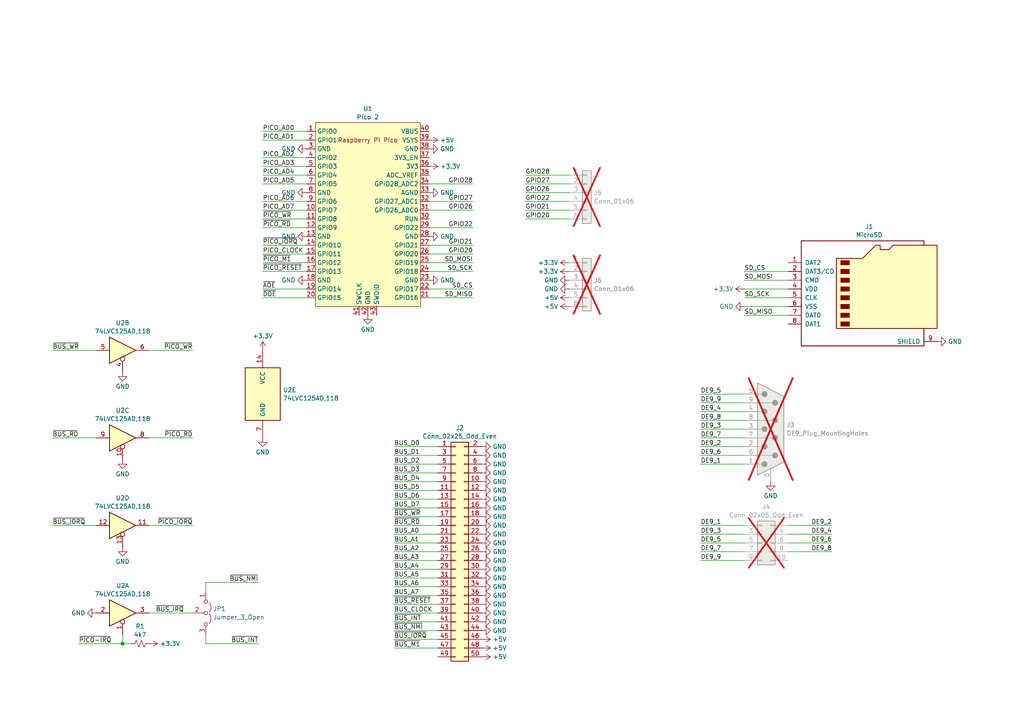
<source format=kicad_sch>
(kicad_sch (version 20231120) (generator "eeschema") (generator_version "8.0")
  (paper "A4")
  (lib_symbols
    (symbol "74xx:74LVC125" (pin_names (offset 1.016))
      (property "Reference" "U" (at 0 1.27 0))
      (property "Value" "74LVC125" (at 0 -1.27 0))
      (symbol "74LVC125_1_0"
        (pin input inverted (at 0 -6.35 90) (length 4.445) (name "~") (number "1"))
        (pin input line (at -7.62 0 0) (length 3.81) (name "~") (number "2"))
        (pin tri_state line (at 7.62 0 180) (length 3.81) (name "~") (number "3"))
      )
      (symbol "74LVC125_2_0"
        (pin input inverted (at 0 -6.35 90) (length 4.445) (name "~") (number "4"))
        (pin input line (at -7.62 0 0) (length 3.81) (name "~") (number "5"))
        (pin tri_state line (at 7.62 0 180) (length 3.81) (name "~") (number "6"))
      )
      (symbol "74LVC125_3_0"
        (pin input inverted (at 0 -6.35 90) (length 4.445) (name "~") (number "10"))
        (pin tri_state line (at 7.62 0 180) (length 3.81) (name "~") (number "8"))
        (pin input line (at -7.62 0 0) (length 3.81) (name "~") (number "9"))
      )
      (symbol "74LVC125_4_0"
        (pin tri_state line (at 7.62 0 180) (length 3.81) (name "~") (number "11"))
        (pin input line (at -7.62 0 0) (length 3.81) (name "~") (number "12"))
        (pin input inverted (at 0 -6.35 90) (length 4.445) (name "~") (number "13"))
      )
      (symbol "74LVC125_5_0"
        (pin power_in line (at 0 12.7 270) (length 5.08) (name "VCC") (number "14"))
        (pin power_in line (at 0 -12.7 90) (length 5.08) (name "GND") (number "7"))
      )
    )
    (symbol "Connector:DE9_Plug_MountingHoles" (pin_names (offset 1.016) hide)
      (property "Reference" "J" (at 0 16.51 0))
      (property "Value" "DE9_Plug_MountingHoles" (at 0 14.605 0))
      (symbol "DE9_Plug_MountingHoles_1_1"
        (pin passive line (at 0 -15.24 90) (length 3.81) (name "PAD") (number "0"))
        (pin passive line (at -7.62 -10.16 0) (length 3.81) (name "1") (number "1"))
        (pin passive line (at -7.62 -5.08 0) (length 3.81) (name "2") (number "2"))
        (pin passive line (at -7.62 0 0) (length 3.81) (name "3") (number "3"))
        (pin passive line (at -7.62 5.08 0) (length 3.81) (name "4") (number "4"))
        (pin passive line (at -7.62 10.16 0) (length 3.81) (name "5") (number "5"))
        (pin passive line (at -7.62 -7.62 0) (length 3.81) (name "6") (number "6"))
        (pin passive line (at -7.62 -2.54 0) (length 3.81) (name "7") (number "7"))
        (pin passive line (at -7.62 2.54 0) (length 3.81) (name "8") (number "8"))
        (pin passive line (at -7.62 7.62 0) (length 3.81) (name "9") (number "9"))
      )
    )
    (symbol "Connector:Micro_SD_Card" (pin_names (offset 1.016))
      (property "Reference" "J" (at -16.51 15.24 0))
      (property "Value" "Micro_SD_Card" (at 16.51 15.24 0))
      (symbol "Micro_SD_Card_1_1"
        (pin bidirectional line (at -22.86 7.62 0) (length 3.81) (name "DAT2") (number "1"))
        (pin bidirectional line (at -22.86 5.08 0) (length 3.81) (name "DAT3/CD") (number "2"))
        (pin input line (at -22.86 2.54 0) (length 3.81) (name "CMD") (number "3"))
        (pin power_in line (at -22.86 0 0) (length 3.81) (name "VDD") (number "4"))
        (pin input line (at -22.86 -2.54 0) (length 3.81) (name "CLK") (number "5"))
        (pin power_in line (at -22.86 -5.08 0) (length 3.81) (name "VSS") (number "6"))
        (pin bidirectional line (at -22.86 -7.62 0) (length 3.81) (name "DAT0") (number "7"))
        (pin bidirectional line (at -22.86 -10.16 0) (length 3.81) (name "DAT1") (number "8"))
        (pin passive line (at 20.32 -15.24 180) (length 3.81) (name "SHIELD") (number "9"))
      )
    )
    (symbol "Connector_Generic:Conn_01x06" (pin_names (offset 1.016) hide)
      (property "Reference" "J" (at 0 7.62 0))
      (property "Value" "Conn_01x06" (at 0 -10.16 0))
      (symbol "Conn_01x06_1_1"
        (pin passive line (at -5.08 5.08 0) (length 3.81) (name "Pin_1") (number "1"))
        (pin passive line (at -5.08 2.54 0) (length 3.81) (name "Pin_2") (number "2"))
        (pin passive line (at -5.08 0 0) (length 3.81) (name "Pin_3") (number "3"))
        (pin passive line (at -5.08 -2.54 0) (length 3.81) (name "Pin_4") (number "4"))
        (pin passive line (at -5.08 -5.08 0) (length 3.81) (name "Pin_5") (number "5"))
        (pin passive line (at -5.08 -7.62 0) (length 3.81) (name "Pin_6") (number "6"))
      )
    )
    (symbol "Connector_Generic:Conn_02x05_Odd_Even" (pin_names (offset 1.016) hide)
      (property "Reference" "J" (at 1.27 7.62 0))
      (property "Value" "Conn_02x05_Odd_Even" (at 1.27 -7.62 0))
      (symbol "Conn_02x05_Odd_Even_1_1"
        (pin passive line (at -5.08 5.08 0) (length 3.81) (name "Pin_1") (number "1"))
        (pin passive line (at 7.62 -5.08 180) (length 3.81) (name "Pin_10") (number "10"))
        (pin passive line (at 7.62 5.08 180) (length 3.81) (name "Pin_2") (number "2"))
        (pin passive line (at -5.08 2.54 0) (length 3.81) (name "Pin_3") (number "3"))
        (pin passive line (at 7.62 2.54 180) (length 3.81) (name "Pin_4") (number "4"))
        (pin passive line (at -5.08 0 0) (length 3.81) (name "Pin_5") (number "5"))
        (pin passive line (at 7.62 0 180) (length 3.81) (name "Pin_6") (number "6"))
        (pin passive line (at -5.08 -2.54 0) (length 3.81) (name "Pin_7") (number "7"))
        (pin passive line (at 7.62 -2.54 180) (length 3.81) (name "Pin_8") (number "8"))
        (pin passive line (at -5.08 -5.08 0) (length 3.81) (name "Pin_9") (number "9"))
      )
    )
    (symbol "Connector_Generic:Conn_02x25_Odd_Even" (pin_names (offset 1.016) hide)
      (property "Reference" "J" (at 1.27 33.02 0))
      (property "Value" "Conn_02x25_Odd_Even" (at 1.27 -33.02 0))
      (symbol "Conn_02x25_Odd_Even_1_1"
        (pin passive line (at -5.08 30.48 0) (length 3.81) (name "Pin_1") (number "1"))
        (pin passive line (at 7.62 20.32 180) (length 3.81) (name "Pin_10") (number "10"))
        (pin passive line (at -5.08 17.78 0) (length 3.81) (name "Pin_11") (number "11"))
        (pin passive line (at 7.62 17.78 180) (length 3.81) (name "Pin_12") (number "12"))
        (pin passive line (at -5.08 15.24 0) (length 3.81) (name "Pin_13") (number "13"))
        (pin passive line (at 7.62 15.24 180) (length 3.81) (name "Pin_14") (number "14"))
        (pin passive line (at -5.08 12.7 0) (length 3.81) (name "Pin_15") (number "15"))
        (pin passive line (at 7.62 12.7 180) (length 3.81) (name "Pin_16") (number "16"))
        (pin passive line (at -5.08 10.16 0) (length 3.81) (name "Pin_17") (number "17"))
        (pin passive line (at 7.62 10.16 180) (length 3.81) (name "Pin_18") (number "18"))
        (pin passive line (at -5.08 7.62 0) (length 3.81) (name "Pin_19") (number "19"))
        (pin passive line (at 7.62 30.48 180) (length 3.81) (name "Pin_2") (number "2"))
        (pin passive line (at 7.62 7.62 180) (length 3.81) (name "Pin_20") (number "20"))
        (pin passive line (at -5.08 5.08 0) (length 3.81) (name "Pin_21") (number "21"))
        (pin passive line (at 7.62 5.08 180) (length 3.81) (name "Pin_22") (number "22"))
        (pin passive line (at -5.08 2.54 0) (length 3.81) (name "Pin_23") (number "23"))
        (pin passive line (at 7.62 2.54 180) (length 3.81) (name "Pin_24") (number "24"))
        (pin passive line (at -5.08 0 0) (length 3.81) (name "Pin_25") (number "25"))
        (pin passive line (at 7.62 0 180) (length 3.81) (name "Pin_26") (number "26"))
        (pin passive line (at -5.08 -2.54 0) (length 3.81) (name "Pin_27") (number "27"))
        (pin passive line (at 7.62 -2.54 180) (length 3.81) (name "Pin_28") (number "28"))
        (pin passive line (at -5.08 -5.08 0) (length 3.81) (name "Pin_29") (number "29"))
        (pin passive line (at -5.08 27.94 0) (length 3.81) (name "Pin_3") (number "3"))
        (pin passive line (at 7.62 -5.08 180) (length 3.81) (name "Pin_30") (number "30"))
        (pin passive line (at -5.08 -7.62 0) (length 3.81) (name "Pin_31") (number "31"))
        (pin passive line (at 7.62 -7.62 180) (length 3.81) (name "Pin_32") (number "32"))
        (pin passive line (at -5.08 -10.16 0) (length 3.81) (name "Pin_33") (number "33"))
        (pin passive line (at 7.62 -10.16 180) (length 3.81) (name "Pin_34") (number "34"))
        (pin passive line (at -5.08 -12.7 0) (length 3.81) (name "Pin_35") (number "35"))
        (pin passive line (at 7.62 -12.7 180) (length 3.81) (name "Pin_36") (number "36"))
        (pin passive line (at -5.08 -15.24 0) (length 3.81) (name "Pin_37") (number "37"))
        (pin passive line (at 7.62 -15.24 180) (length 3.81) (name "Pin_38") (number "38"))
        (pin passive line (at -5.08 -17.78 0) (length 3.81) (name "Pin_39") (number "39"))
        (pin passive line (at 7.62 27.94 180) (length 3.81) (name "Pin_4") (number "4"))
        (pin passive line (at 7.62 -17.78 180) (length 3.81) (name "Pin_40") (number "40"))
        (pin passive line (at -5.08 -20.32 0) (length 3.81) (name "Pin_41") (number "41"))
        (pin passive line (at 7.62 -20.32 180) (length 3.81) (name "Pin_42") (number "42"))
        (pin passive line (at -5.08 -22.86 0) (length 3.81) (name "Pin_43") (number "43"))
        (pin passive line (at 7.62 -22.86 180) (length 3.81) (name "Pin_44") (number "44"))
        (pin passive line (at -5.08 -25.4 0) (length 3.81) (name "Pin_45") (number "45"))
        (pin passive line (at 7.62 -25.4 180) (length 3.81) (name "Pin_46") (number "46"))
        (pin passive line (at -5.08 -27.94 0) (length 3.81) (name "Pin_47") (number "47"))
        (pin passive line (at 7.62 -27.94 180) (length 3.81) (name "Pin_48") (number "48"))
        (pin passive line (at -5.08 -30.48 0) (length 3.81) (name "Pin_49") (number "49"))
        (pin passive line (at -5.08 25.4 0) (length 3.81) (name "Pin_5") (number "5"))
        (pin passive line (at 7.62 -30.48 180) (length 3.81) (name "Pin_50") (number "50"))
        (pin passive line (at 7.62 25.4 180) (length 3.81) (name "Pin_6") (number "6"))
        (pin passive line (at -5.08 22.86 0) (length 3.81) (name "Pin_7") (number "7"))
        (pin passive line (at 7.62 22.86 180) (length 3.81) (name "Pin_8") (number "8"))
        (pin passive line (at -5.08 20.32 0) (length 3.81) (name "Pin_9") (number "9"))
      )
    )
    (symbol "Device:R_Small_US" (pin_numbers hide) (pin_names (offset 0.254) hide)
      (property "Reference" "R" (at 0.762 0.508 0))
      (property "Value" "R_Small_US" (at 0.762 -1.016 0))
      (symbol "R_Small_US_1_1"
        (pin passive line (at 0 2.54 270) (length 1.016) (name "~") (number "1"))
        (pin passive line (at 0 -2.54 90) (length 1.016) (name "~") (number "2"))
      )
    )
    (symbol "Jumper:Jumper_3_Open" (pin_names (offset 0) hide) (exclude_from_sim yes) (in_bom no)
      (property "Reference" "JP" (at -2.54 -2.54 0))
      (property "Value" "Jumper_3_Open" (at 0 2.794 0))
      (symbol "Jumper_3_Open_1_1"
        (pin passive line (at -6.35 0 0) (length 2.54) (name "A") (number "1"))
        (pin passive line (at 0 -3.81 90) (length 2.54) (name "C") (number "2"))
        (pin passive line (at 6.35 0 180) (length 2.54) (name "B") (number "3"))
      )
    )
    (symbol "Logic_LevelTranslator:SN74LVC245APW"
      (property "Reference" "U" (at -10.16 17.78 0))
      (property "Value" "SN74LVC245APW" (at 10.16 17.78 0))
      (symbol "SN74LVC245APW_1_1"
        (pin input line (at -12.7 10.16 0) (length 2.54) (name "DIR") (number "1"))
        (pin power_in line (at 0 -17.78 90) (length 2.54) (name "GND") (number "10"))
        (pin bidirectional line (at 12.7 -12.7 180) (length 2.54) (name "B8") (number "11"))
        (pin bidirectional line (at 12.7 -10.16 180) (length 2.54) (name "B7") (number "12"))
        (pin bidirectional line (at 12.7 -7.62 180) (length 2.54) (name "B6") (number "13"))
        (pin bidirectional line (at 12.7 -5.08 180) (length 2.54) (name "B5") (number "14"))
        (pin bidirectional line (at 12.7 -2.54 180) (length 2.54) (name "B4") (number "15"))
        (pin bidirectional line (at 12.7 0 180) (length 2.54) (name "B3") (number "16"))
        (pin bidirectional line (at 12.7 2.54 180) (length 2.54) (name "B2") (number "17"))
        (pin bidirectional line (at 12.7 5.08 180) (length 2.54) (name "B1") (number "18"))
        (pin input line (at 12.7 10.16 180) (length 2.54) (name "~{OE}") (number "19"))
        (pin bidirectional line (at -12.7 5.08 0) (length 2.54) (name "A1") (number "2"))
        (pin power_in line (at 0 17.78 270) (length 2.54) (name "VCC") (number "20"))
        (pin bidirectional line (at -12.7 2.54 0) (length 2.54) (name "A2") (number "3"))
        (pin bidirectional line (at -12.7 0 0) (length 2.54) (name "A3") (number "4"))
        (pin bidirectional line (at -12.7 -2.54 0) (length 2.54) (name "A4") (number "5"))
        (pin bidirectional line (at -12.7 -5.08 0) (length 2.54) (name "A5") (number "6"))
        (pin bidirectional line (at -12.7 -7.62 0) (length 2.54) (name "A6") (number "7"))
        (pin bidirectional line (at -12.7 -10.16 0) (length 2.54) (name "A7") (number "8"))
        (pin bidirectional line (at -12.7 -12.7 0) (length 2.54) (name "A8") (number "9"))
      )
    )
    (symbol "MCU_RaspberryPi_and_Boards:Pico"
      (property "Reference" "U" (at -13.97 27.94 0))
      (property "Value" "Pico" (at 0 19.05 0))
      (symbol "Pico_0_0"
        (text "Raspberry Pi Pico" (at 0 21.59 0) (effects (font (size 1.27 1.27))))
      )
      (symbol "Pico_1_1"
        (pin bidirectional line (at -17.78 24.13 0) (length 2.54) (name "GPIO0") (number "1"))
        (pin bidirectional line (at -17.78 1.27 0) (length 2.54) (name "GPIO7") (number "10"))
        (pin bidirectional line (at -17.78 -1.27 0) (length 2.54) (name "GPIO8") (number "11"))
        (pin bidirectional line (at -17.78 -3.81 0) (length 2.54) (name "GPIO9") (number "12"))
        (pin power_in line (at -17.78 -6.35 0) (length 2.54) (name "GND") (number "13"))
        (pin bidirectional line (at -17.78 -8.89 0) (length 2.54) (name "GPIO10") (number "14"))
        (pin bidirectional line (at -17.78 -11.43 0) (length 2.54) (name "GPIO11") (number "15"))
        (pin bidirectional line (at -17.78 -13.97 0) (length 2.54) (name "GPIO12") (number "16"))
        (pin bidirectional line (at -17.78 -16.51 0) (length 2.54) (name "GPIO13") (number "17"))
        (pin power_in line (at -17.78 -19.05 0) (length 2.54) (name "GND") (number "18"))
        (pin bidirectional line (at -17.78 -21.59 0) (length 2.54) (name "GPIO14") (number "19"))
        (pin bidirectional line (at -17.78 21.59 0) (length 2.54) (name "GPIO1") (number "2"))
        (pin bidirectional line (at -17.78 -24.13 0) (length 2.54) (name "GPIO15") (number "20"))
        (pin bidirectional line (at 17.78 -24.13 180) (length 2.54) (name "GPIO16") (number "21"))
        (pin bidirectional line (at 17.78 -21.59 180) (length 2.54) (name "GPIO17") (number "22"))
        (pin power_in line (at 17.78 -19.05 180) (length 2.54) (name "GND") (number "23"))
        (pin bidirectional line (at 17.78 -16.51 180) (length 2.54) (name "GPIO18") (number "24"))
        (pin bidirectional line (at 17.78 -13.97 180) (length 2.54) (name "GPIO19") (number "25"))
        (pin bidirectional line (at 17.78 -11.43 180) (length 2.54) (name "GPIO20") (number "26"))
        (pin bidirectional line (at 17.78 -8.89 180) (length 2.54) (name "GPIO21") (number "27"))
        (pin power_in line (at 17.78 -6.35 180) (length 2.54) (name "GND") (number "28"))
        (pin bidirectional line (at 17.78 -3.81 180) (length 2.54) (name "GPIO22") (number "29"))
        (pin power_in line (at -17.78 19.05 0) (length 2.54) (name "GND") (number "3"))
        (pin input line (at 17.78 -1.27 180) (length 2.54) (name "RUN") (number "30"))
        (pin bidirectional line (at 17.78 1.27 180) (length 2.54) (name "GPIO26_ADC0") (number "31"))
        (pin bidirectional line (at 17.78 3.81 180) (length 2.54) (name "GPIO27_ADC1") (number "32"))
        (pin power_in line (at 17.78 6.35 180) (length 2.54) (name "AGND") (number "33"))
        (pin bidirectional line (at 17.78 8.89 180) (length 2.54) (name "GPIO28_ADC2") (number "34"))
        (pin power_in line (at 17.78 11.43 180) (length 2.54) (name "ADC_VREF") (number "35"))
        (pin power_in line (at 17.78 13.97 180) (length 2.54) (name "3V3") (number "36"))
        (pin input line (at 17.78 16.51 180) (length 2.54) (name "3V3_EN") (number "37"))
        (pin bidirectional line (at 17.78 19.05 180) (length 2.54) (name "GND") (number "38"))
        (pin power_in line (at 17.78 21.59 180) (length 2.54) (name "VSYS") (number "39"))
        (pin bidirectional line (at -17.78 16.51 0) (length 2.54) (name "GPIO2") (number "4"))
        (pin power_in line (at 17.78 24.13 180) (length 2.54) (name "VBUS") (number "40"))
        (pin input line (at -2.54 -29.21 90) (length 2.54) (name "SWCLK") (number "41"))
        (pin power_in line (at 0 -29.21 90) (length 2.54) (name "GND") (number "42"))
        (pin bidirectional line (at 2.54 -29.21 90) (length 2.54) (name "SWDIO") (number "43"))
        (pin bidirectional line (at -17.78 13.97 0) (length 2.54) (name "GPIO3") (number "5"))
        (pin bidirectional line (at -17.78 11.43 0) (length 2.54) (name "GPIO4") (number "6"))
        (pin bidirectional line (at -17.78 8.89 0) (length 2.54) (name "GPIO5") (number "7"))
        (pin power_in line (at -17.78 6.35 0) (length 2.54) (name "GND") (number "8"))
        (pin bidirectional line (at -17.78 3.81 0) (length 2.54) (name "GPIO6") (number "9"))
      )
    )
    (symbol "power:+3.3V" (power) (pin_numbers hide) (pin_names (offset 0) hide)
      (property "Value" "+3.3V" (at 0 3.556 0))
      (symbol "+3.3V_1_1"
        (pin power_in line (at 0 0 90) (length 0) (name "~") (number "1"))
      )
    )
    (symbol "power:+5V" (power) (pin_numbers hide) (pin_names (offset 0) hide)
      (property "Value" "+5V" (at 0 3.556 0))
      (symbol "+5V_1_1"
        (pin power_in line (at 0 0 90) (length 0) (name "~") (number "1"))
      )
    )
    (symbol "power:GND" (power) (pin_numbers hide) (pin_names (offset 0) hide)
      (property "Value" "GND" (at 0 -3.81 0))
      (symbol "GND_1_1"
        (pin power_in line (at 0 0 270) (length 0) (name "~") (number "1"))
      )
    )
  )
  (junction (at 35.56 186.69))
  (wire (pts (xy 137.16 58.42) (xy 124.46 58.42)))
  (wire (pts (xy 114.3 170.18) (xy 127 170.18)))
  (wire (pts (xy -76.2 48.26) (xy -63.5 48.26)))
  (wire (pts (xy 88.9 45.72) (xy 76.2 45.72)))
  (wire (pts (xy 114.3 185.42) (xy 127 185.42)))
  (wire (pts (xy -38.1 104.14) (xy -25.4 104.14)))
  (wire (pts (xy -25.4 43.18) (xy -38.1 43.18)))
  (wire (pts (xy -38.1 66.04) (xy -25.4 66.04)))
  (wire (pts (xy 35.56 186.69) (xy 38.1 186.69)))
  (wire (pts (xy 114.3 154.94) (xy 127 154.94)))
  (wire (pts (xy 76.2 83.82) (xy 88.9 83.82)))
  (wire (pts (xy 203.2 119.38) (xy 215.9 119.38)))
  (wire (pts (xy 114.3 137.16) (xy 127 137.16)))
  (wire (pts (xy -76.2 58.42) (xy -63.5 58.42)))
  (wire (pts (xy 88.9 40.64) (xy 76.2 40.64)))
  (wire (pts (xy 137.16 71.12) (xy 124.46 71.12)))
  (wire (pts (xy 114.3 149.86) (xy 127 149.86)))
  (wire (pts (xy 114.3 162.56) (xy 127 162.56)))
  (wire (pts (xy 88.9 60.96) (xy 76.2 60.96)))
  (wire (pts (xy -76.2 66.04) (xy -63.5 66.04)))
  (wire (pts (xy -76.2 116.84) (xy -63.5 116.84)))
  (wire (pts (xy 137.16 73.66) (xy 124.46 73.66)))
  (wire (pts (xy -38.1 116.84) (xy -25.4 116.84)))
  (wire (pts (xy 88.9 38.1) (xy 76.2 38.1)))
  (wire (pts (xy -76.2 114.3) (xy -63.5 114.3)))
  (wire (pts (xy -38.1 101.6) (xy -25.4 101.6)))
  (wire (pts (xy -38.1 106.68) (xy -25.4 106.68)))
  (wire (pts (xy 137.16 53.34) (xy 124.46 53.34)))
  (wire (pts (xy -63.5 43.18) (xy -76.2 43.18)))
  (wire (pts (xy -38.1 50.8) (xy -25.4 50.8)))
  (wire (pts (xy -38.1 63.5) (xy -25.4 63.5)))
  (wire (pts (xy 137.16 78.74) (xy 124.46 78.74)))
  (wire (pts (xy -38.1 99.06) (xy -25.4 99.06)))
  (wire (pts (xy -76.2 101.6) (xy -63.5 101.6)))
  (wire (pts (xy -76.2 106.68) (xy -63.5 106.68)))
  (wire (pts (xy -76.2 60.96) (xy -63.5 60.96)))
  (wire (pts (xy 215.9 91.44) (xy 228.6 91.44)))
  (wire (pts (xy 203.2 162.56) (xy 215.9 162.56)))
  (wire (pts (xy -76.2 63.5) (xy -63.5 63.5)))
  (wire (pts (xy -76.2 50.8) (xy -63.5 50.8)))
  (wire (pts (xy 152.4 63.5) (xy 165.1 63.5)))
  (wire (pts (xy 203.2 114.3) (xy 215.9 114.3)))
  (wire (pts (xy 203.2 160.02) (xy 215.9 160.02)))
  (wire (pts (xy 88.9 63.5) (xy 76.2 63.5)))
  (wire (pts (xy 114.3 134.62) (xy 127 134.62)))
  (wire (pts (xy 88.9 48.26) (xy 76.2 48.26)))
  (wire (pts (xy 215.9 86.36) (xy 228.6 86.36)))
  (wire (pts (xy 332.74 63.5) (xy 345.44 63.5)))
  (wire (pts (xy 114.3 129.54) (xy 127 129.54)))
  (wire (pts (xy 35.56 184.15) (xy 35.56 186.69)))
  (wire (pts (xy 241.3 157.48) (xy 228.6 157.48)))
  (wire (pts (xy -38.1 111.76) (xy -25.4 111.76)))
  (wire (pts (xy 203.2 134.62) (xy 215.9 134.62)))
  (wire (pts (xy 15.24 101.6) (xy 27.94 101.6)))
  (wire (pts (xy -38.1 114.3) (xy -25.4 114.3)))
  (wire (pts (xy 203.2 129.54) (xy 215.9 129.54)))
  (wire (pts (xy 203.2 124.46) (xy 215.9 124.46)))
  (wire (pts (xy -38.1 53.34) (xy -25.4 53.34)))
  (wire (pts (xy -76.2 99.06) (xy -63.5 99.06)))
  (wire (pts (xy -76.2 111.76) (xy -63.5 111.76)))
  (wire (pts (xy 43.18 101.6) (xy 55.88 101.6)))
  (wire (pts (xy 43.18 177.8) (xy 55.88 177.8)))
  (wire (pts (xy 215.9 81.28) (xy 228.6 81.28)))
  (wire (pts (xy 114.3 177.8) (xy 127 177.8)))
  (wire (pts (xy 152.4 55.88) (xy 165.1 55.88)))
  (wire (pts (xy 152.4 53.34) (xy 165.1 53.34)))
  (wire (pts (xy -76.2 55.88) (xy -63.5 55.88)))
  (wire (pts (xy 203.2 121.92) (xy 215.9 121.92)))
  (wire (pts (xy 114.3 144.78) (xy 127 144.78)))
  (wire (pts (xy 88.9 50.8) (xy 76.2 50.8)))
  (wire (pts (xy 152.4 60.96) (xy 165.1 60.96)))
  (wire (pts (xy 332.74 38.1) (xy 345.44 38.1)))
  (wire (pts (xy 137.16 86.36) (xy 124.46 86.36)))
  (wire (pts (xy 43.18 152.4) (xy 55.88 152.4)))
  (wire (pts (xy 15.24 127) (xy 27.94 127)))
  (wire (pts (xy 59.69 186.69) (xy 74.93 186.69)))
  (wire (pts (xy 59.69 186.69) (xy 59.69 184.15)))
  (wire (pts (xy 88.9 71.12) (xy 76.2 71.12)))
  (wire (pts (xy 332.74 88.9) (xy 345.44 88.9)))
  (wire (pts (xy 215.9 83.82) (xy 228.6 83.82)))
  (wire (pts (xy 114.3 172.72) (xy 127 172.72)))
  (wire (pts (xy 203.2 154.94) (xy 215.9 154.94)))
  (wire (pts (xy -38.1 55.88) (xy -25.4 55.88)))
  (wire (pts (xy 114.3 165.1) (xy 127 165.1)))
  (wire (pts (xy 137.16 60.96) (xy 124.46 60.96)))
  (wire (pts (xy 114.3 187.96) (xy 127 187.96)))
  (wire (pts (xy 114.3 160.02) (xy 127 160.02)))
  (wire (pts (xy 15.24 152.4) (xy 27.94 152.4)))
  (wire (pts (xy -76.2 109.22) (xy -63.5 109.22)))
  (wire (pts (xy 114.3 175.26) (xy 127 175.26)))
  (wire (pts (xy 203.2 132.08) (xy 215.9 132.08)))
  (wire (pts (xy -25.4 93.98) (xy -38.1 93.98)))
  (wire (pts (xy 203.2 116.84) (xy 215.9 116.84)))
  (wire (pts (xy -76.2 53.34) (xy -63.5 53.34)))
  (wire (pts (xy 76.2 86.36) (xy 88.9 86.36)))
  (wire (pts (xy 137.16 66.04) (xy 124.46 66.04)))
  (wire (pts (xy 127 182.88) (xy 114.3 182.88)))
  (wire (pts (xy 241.3 154.94) (xy 228.6 154.94)))
  (wire (pts (xy 114.3 139.7) (xy 127 139.7)))
  (wire (pts (xy 114.3 147.32) (xy 127 147.32)))
  (wire (pts (xy -38.1 58.42) (xy -25.4 58.42)))
  (wire (pts (xy 304.8 38.1) (xy 317.5 38.1)))
  (wire (pts (xy -38.1 48.26) (xy -25.4 48.26)))
  (wire (pts (xy 59.69 168.91) (xy 59.69 171.45)))
  (wire (pts (xy 215.9 88.9) (xy 228.6 88.9)))
  (wire (pts (xy 241.3 152.4) (xy 228.6 152.4)))
  (wire (pts (xy -38.1 60.96) (xy -25.4 60.96)))
  (wire (pts (xy 203.2 157.48) (xy 215.9 157.48)))
  (wire (pts (xy 152.4 50.8) (xy 165.1 50.8)))
  (wire (pts (xy -76.2 104.14) (xy -63.5 104.14)))
  (wire (pts (xy 152.4 58.42) (xy 165.1 58.42)))
  (wire (pts (xy 137.16 76.2) (xy 124.46 76.2)))
  (wire (pts (xy 137.16 83.82) (xy 124.46 83.82)))
  (wire (pts (xy 43.18 127) (xy 55.88 127)))
  (wire (pts (xy 88.9 78.74) (xy 76.2 78.74)))
  (wire (pts (xy 88.9 58.42) (xy 76.2 58.42)))
  (wire (pts (xy 88.9 73.66) (xy 76.2 73.66)))
  (wire (pts (xy 88.9 76.2) (xy 76.2 76.2)))
  (wire (pts (xy 304.8 63.5) (xy 317.5 63.5)))
  (wire (pts (xy 114.3 157.48) (xy 127 157.48)))
  (wire (pts (xy -38.1 109.22) (xy -25.4 109.22)))
  (wire (pts (xy 114.3 132.08) (xy 127 132.08)))
  (wire (pts (xy 127 180.34) (xy 114.3 180.34)))
  (wire (pts (xy 215.9 78.74) (xy 228.6 78.74)))
  (wire (pts (xy 22.86 186.69) (xy 35.56 186.69)))
  (wire (pts (xy 88.9 66.04) (xy 76.2 66.04)))
  (wire (pts (xy 59.69 168.91) (xy 74.93 168.91)))
  (wire (pts (xy 114.3 167.64) (xy 127 167.64)))
  (wire (pts (xy 114.3 142.24) (xy 127 142.24)))
  (wire (pts (xy 203.2 127) (xy 215.9 127)))
  (wire (pts (xy 114.3 152.4) (xy 127 152.4)))
  (wire (pts (xy 241.3 160.02) (xy 228.6 160.02)))
  (wire (pts (xy 304.8 88.9) (xy 317.5 88.9)))
  (wire (pts (xy 203.2 152.4) (xy 215.9 152.4)))
  (wire (pts (xy 88.9 53.34) (xy 76.2 53.34)))
  (label "DE9_9" (at 203.2 116.84 0))
  (label "~{BUS_M1}" (at 304.8 38.1 0))
  (label "BUS_A2" (at -76.2 111.76 0))
  (label "DE9_2" (at 203.2 129.54 0))
  (label "~{PICO_WR}" (at 55.88 101.6 180))
  (label "BUS_CLOCK" (at 114.3 177.8 0))
  (label "DE9_9" (at 203.2 162.56 0))
  (label "DE9_7" (at 203.2 160.02 0))
  (label "~{PICO_RESET}" (at 345.44 63.5 180))
  (label "PICO_AD2" (at -25.4 111.76 180))
  (label "GPIO20" (at 137.16 73.66 180))
  (label "DE9_8" (at 203.2 121.92 0))
  (label "~{BUS_M1}" (at 114.3 187.96 0))
  (label "PICO_AD5" (at -25.4 104.14 180))
  (label "SD_SCK" (at 137.16 78.74 180))
  (label "BUS_A1" (at 114.3 157.48 0))
  (label "DE9_6" (at 203.2 132.08 0))
  (label "~{AOE}" (at 76.2 83.82 0))
  (label "~{PICO_RD}" (at 76.2 66.04 0))
  (label "~{BUS_RESET}" (at 304.8 63.5 0))
  (label "PICO_CLOCK" (at 76.2 73.66 0))
  (label "PICO_AD4" (at -25.4 55.88 180))
  (label "~{BUS_WR}" (at 15.24 101.6 0))
  (label "~{BUS_INT}" (at 114.3 180.34 0))
  (label "PICO_AD6" (at -25.4 101.6 180))
  (label "PICO_AD2" (at 76.2 45.72 0))
  (label "~{BUS_INT}" (at 74.93 186.69 180))
  (label "SD_CS" (at 215.9 78.74 0))
  (label "~{DOE}" (at -25.4 43.18 180))
  (label "BUS_D4" (at -76.2 55.88 0))
  (label "SD_MISO" (at 137.16 86.36 180))
  (label "~{PICO_RD}" (at 55.88 127 180))
  (label "~{PICO_RD}" (at -76.2 43.18 0))
  (label "~{PICO_IORQ}" (at 76.2 71.12 0))
  (label "~{PICO_RESET}" (at 76.2 78.74 0))
  (label "SD_MOSI" (at 215.9 81.28 0))
  (label "PICO_AD6" (at 76.2 58.42 0))
  (label "DE9_4" (at 241.3 154.94 180))
  (label "BUS_A7" (at -76.2 99.06 0))
  (label "DE9_6" (at 241.3 157.48 180))
  (label "GPIO22" (at 152.4 58.42 0))
  (label "BUS_D2" (at -76.2 60.96 0))
  (label "BUS_A1" (at -76.2 114.3 0))
  (label "PICO_AD1" (at -25.4 114.3 180))
  (label "~{PICO_M1}" (at 76.2 76.2 0))
  (label "~{DOE}" (at 76.2 86.36 0))
  (label "BUS_D5" (at 114.3 142.24 0))
  (label "BUS_D3" (at -76.2 58.42 0))
  (label "BUS_A3" (at 114.3 162.56 0))
  (label "SD_SCK" (at 215.9 86.36 0))
  (label "PICO_AD1" (at -25.4 63.5 180))
  (label "BUS_D7" (at -76.2 48.26 0))
  (label "PICO_AD1" (at 76.2 40.64 0))
  (label "GPIO28" (at 137.16 53.34 180))
  (label "PICO_AD3" (at -25.4 58.42 180))
  (label "~{BUS_NMI}" (at 114.3 182.88 0))
  (label "PICO_AD7" (at -25.4 48.26 180))
  (label "PICO_AD6" (at -25.4 50.8 180))
  (label "SD_MISO" (at 215.9 91.44 0))
  (label "PICO_AD5" (at -25.4 53.34 180))
  (label "BUS_A3" (at -76.2 109.22 0))
  (label "PICO_AD7" (at -25.4 99.06 180))
  (label "BUS_A0" (at 114.3 154.94 0))
  (label "BUS_A6" (at 114.3 170.18 0))
  (label "DE9_2" (at 241.3 152.4 180))
  (label "~{BUS_IORQ}" (at 114.3 185.42 0))
  (label "BUS_A2" (at 114.3 160.02 0))
  (label "BUS_A4" (at -76.2 106.68 0))
  (label "PICO_AD0" (at -25.4 116.84 180))
  (label "~{PICO_WR}" (at 76.2 63.5 0))
  (label "SD_CS" (at 137.16 83.82 180))
  (label "BUS_D7" (at 114.3 147.32 0))
  (label "DE9_5" (at 203.2 157.48 0))
  (label "PICO_AD7" (at 76.2 60.96 0))
  (label "~{PICO_IORQ}" (at 55.88 152.4 180))
  (label "BUS_D0" (at -76.2 66.04 0))
  (label "BUS_A5" (at -76.2 104.14 0))
  (label "SD_MOSI" (at 137.16 76.2 180))
  (label "~{PICO-IRQ}" (at 22.86 186.69 0))
  (label "BUS_CLOCK" (at 304.8 88.9 0))
  (label "BUS_D1" (at 114.3 132.08 0))
  (label "DE9_1" (at 203.2 152.4 0))
  (label "GPIO28" (at 152.4 50.8 0))
  (label "BUS_A6" (at -76.2 101.6 0))
  (label "BUS_A4" (at 114.3 165.1 0))
  (label "~{BUS_WR}" (at 114.3 149.86 0))
  (label "GPIO21" (at 152.4 60.96 0))
  (label "~{BUS_NMI}" (at 74.93 168.91 180))
  (label "DE9_7" (at 203.2 127 0))
  (label "BUS_D6" (at 114.3 144.78 0))
  (label "GPIO27" (at 152.4 53.34 0))
  (label "BUS_D6" (at -76.2 50.8 0))
  (label "PICO_AD0" (at 76.2 38.1 0))
  (label "DE9_3" (at 203.2 124.46 0))
  (label "DE9_4" (at 203.2 119.38 0))
  (label "DE9_8" (at 241.3 160.02 180))
  (label "BUS_A7" (at 114.3 172.72 0))
  (label "PICO_AD4" (at -25.4 106.68 180))
  (label "BUS_D4" (at 114.3 139.7 0))
  (label "PICO_AD4" (at 76.2 50.8 0))
  (label "DE9_1" (at 203.2 134.62 0))
  (label "PICO_AD2" (at -25.4 60.96 180))
  (label "BUS_D1" (at -76.2 63.5 0))
  (label "GPIO26" (at 137.16 60.96 180))
  (label "BUS_D5" (at -76.2 53.34 0))
  (label "GPIO21" (at 137.16 71.12 180))
  (label "PICO_AD3" (at -25.4 109.22 180))
  (label "BUS_A0" (at -76.2 116.84 0))
  (label "BUS_D0" (at 114.3 129.54 0))
  (label "BUS_D2" (at 114.3 134.62 0))
  (label "DE9_5" (at 203.2 114.3 0))
  (label "GPIO22" (at 137.16 66.04 180))
  (label "GPIO26" (at 152.4 55.88 0))
  (label "GPIO27" (at 137.16 58.42 180))
  (label "~{BUS_IRQ}" (at 53.34 177.8 180))
  (label "DE9_3" (at 203.2 154.94 0))
  (label "~{BUS_RD}" (at 15.24 127 0))
  (label "BUS_D3" (at 114.3 137.16 0))
  (label "~{BUS_RESET}" (at 114.3 175.26 0))
  (label "PICO_AD3" (at 76.2 48.26 0))
  (label "GPIO20" (at 152.4 63.5 0))
  (label "PICO_AD5" (at 76.2 53.34 0))
  (label "BUS_A5" (at 114.3 167.64 0))
  (label "~{AOE}" (at -25.4 93.98 180))
  (label "PICO_AD0" (at -25.4 66.04 180))
  (label "~{PICO_M1}" (at 345.44 38.1 180))
  (label "~{BUS_RD}" (at 114.3 152.4 0))
  (label "PICO_CLOCK" (at 345.44 88.9 180))
  (label "~{BUS_IORQ}" (at 15.24 152.4 0))
  (symbol (lib_id "power:GND") (at 139.7 142.24 90) (unit 1)
    (property "Reference" "#PWR031" (effects (hide yes)))
    (property "Value" "GND" (at 142.875 142.24 90) (effects (justify right)))
    (property "Description" "Power symbol creates a global label with name \"GND\" , ground" (effects (hide yes)))
  )
  (symbol (lib_id "power:GND") (at 139.7 172.72 90) (unit 1)
    (property "Reference" "#PWR043" (effects (hide yes)))
    (property "Value" "GND" (at 142.875 172.72 90) (effects (justify right)))
    (property "Description" "Power symbol creates a global label with name \"GND\" , ground" (effects (hide yes)))
  )
  (symbol (lib_id "power:GND") (at 139.7 162.56 90) (unit 1)
    (property "Reference" "#PWR039" (effects (hide yes)))
    (property "Value" "GND" (at 142.875 162.56 90) (effects (justify right)))
    (property "Description" "Power symbol creates a global label with name \"GND\" , ground" (effects (hide yes)))
  )
  (symbol (lib_id "74xx:74LVC125") (at 76.2 114.3 0) (unit 5)
    (property "Reference" "U2" (at 82.042 113.0878 0) (effects (justify left)))
    (property "Value" "74LVC125AD,118" (at 82.042 115.5121 0) (effects (justify left)))
    (property "Footprint" "Package_SO:SOIC-14_3.9x8.7mm_P1.27mm" (effects (hide yes)))
    (property "Datasheet" "https://assets.nexperia.com/documents/data-sheet/74LVC125A.pdf" (effects (hide yes)))
    (property "Description" "Quad buffer 3-State outputs" (effects (hide yes)))
    (property "Mouser" "771-74LVC125AD-T " (effects (hide yes)))
  )
  (symbol (lib_id "power:GND") (at 139.7 175.26 90) (unit 1)
    (property "Reference" "#PWR044" (effects (hide yes)))
    (property "Value" "GND" (at 142.875 175.26 90) (effects (justify right)))
    (property "Description" "Power symbol creates a global label with name \"GND\" , ground" (effects (hide yes)))
  )
  (symbol (lib_id "power:+3.3V") (at 165.1 76.2 90) (unit 1)
    (property "Reference" "#PWR054" (effects (hide yes)))
    (property "Value" "+3.3V" (at 161.925 76.2 90) (effects (justify left)))
    (property "Description" "Power symbol creates a global label with name \"+3.3V\"" (effects (hide yes)))
  )
  (symbol (lib_id "power:GND") (at 139.7 160.02 90) (unit 1)
    (property "Reference" "#PWR038" (effects (hide yes)))
    (property "Value" "GND" (at 142.875 160.02 90) (effects (justify right)))
    (property "Description" "Power symbol creates a global label with name \"GND\" , ground" (effects (hide yes)))
  )
  (symbol (lib_id "power:+3.3V") (at -63.5 93.98 90) (unit 1)
    (property "Reference" "#PWR053" (effects (hide yes)))
    (property "Value" "+3.3V" (at -66.675 93.98 90) (effects (justify left)))
    (property "Description" "Power symbol creates a global label with name \"+3.3V\"" (effects (hide yes)))
  )
  (symbol (lib_id "74xx:74LVC125") (at 325.12 88.9 0) (unit 3)
    (property "Reference" "U5" (at 325.12 80.9455 0))
    (property "Value" "74LVC125AD,118" (at 325.12 83.3698 0))
    (property "Footprint" "Package_SO:SOIC-14_3.9x8.7mm_P1.27mm" (effects (hide yes)))
    (property "Datasheet" "https://assets.nexperia.com/documents/data-sheet/74LVC125A.pdf" (effects (hide yes)))
    (property "Description" "Quad buffer 3-State outputs" (effects (hide yes)))
    (property "Mouser" "771-74LVC125AD-T " (effects (hide yes)))
  )
  (symbol (lib_id "Logic_LevelTranslator:SN74LVC245APW") (at -50.8 104.14 0) (unit 1)
    (property "Reference" "U4" (at -48.6059 84.7555 0) (effects (justify left)))
    (property "Value" "74LVC245AD,118" (at -48.6059 87.1798 0) (effects (justify left)))
    (property "Footprint" "Package_SO:SOIC-20W_7.5x12.8mm_P1.27mm" (effects (hide yes)))
    (property "Datasheet" "https://assets.nexperia.com/documents/data-sheet/74LVC_LVCH245A.pdf" (effects (hide yes)))
    (property "Description" "8-Bit Single-Supply Bus Transceiver With 5V tolerant input voltage and 3-State Outputs 24mA, TSSOP-20" (effects (hide yes)))
    (property "Mouser" "771-74LVC245AD-T " (effects (hide yes)))
  )
  (symbol (lib_id "power:GND") (at 139.7 144.78 90) (unit 1)
    (property "Reference" "#PWR032" (effects (hide yes)))
    (property "Value" "GND" (at 142.875 144.78 90) (effects (justify right)))
    (property "Description" "Power symbol creates a global label with name \"GND\" , ground" (effects (hide yes)))
  )
  (symbol (lib_id "74xx:74LVC125") (at 325.12 114.3 0) (unit 2)
    (property "Reference" "U5" (at 325.12 106.3455 0))
    (property "Value" "74LVC125AD,118" (at 325.12 108.7698 0))
    (property "Footprint" "Package_SO:SOIC-14_3.9x8.7mm_P1.27mm" (effects (hide yes)))
    (property "Datasheet" "https://assets.nexperia.com/documents/data-sheet/74LVC125A.pdf" (effects (hide yes)))
    (property "Description" "Quad buffer 3-State outputs" (effects (hide yes)))
    (property "Mouser" "771-74LVC125AD-T " (effects (hide yes)))
  )
  (symbol (lib_id "power:+5V") (at 139.7 187.96 270) (unit 1)
    (property "Reference" "#PWR024" (effects (hide yes)))
    (property "Value" "+5V" (at 142.875 187.96 90) (effects (justify left)))
    (property "Description" "Power symbol creates a global label with name \"+5V\"" (effects (hide yes)))
  )
  (symbol (lib_id "power:GND") (at 139.7 154.94 90) (unit 1)
    (property "Reference" "#PWR036" (effects (hide yes)))
    (property "Value" "GND" (at 142.875 154.94 90) (effects (justify right)))
    (property "Description" "Power symbol creates a global label with name \"GND\" , ground" (effects (hide yes)))
  )
  (symbol (lib_id "power:GND") (at 35.56 158.75 0) (unit 1)
    (property "Reference" "#PWR015" (effects (hide yes)))
    (property "Value" "GND" (at 35.56 162.8831 0))
    (property "Description" "Power symbol creates a global label with name \"GND\" , ground" (effects (hide yes)))
  )
  (symbol (lib_id "power:+5V") (at 139.7 185.42 270) (unit 1)
    (property "Reference" "#PWR023" (effects (hide yes)))
    (property "Value" "+5V" (at 142.875 185.42 90) (effects (justify left)))
    (property "Description" "Power symbol creates a global label with name \"+5V\"" (effects (hide yes)))
  )
  (symbol (lib_id "power:+3.3V") (at 76.2 101.6 0) (unit 1)
    (property "Reference" "#PWR020" (effects (hide yes)))
    (property "Value" "+3.3V" (at 76.2 97.4669 0))
    (property "Description" "Power symbol creates a global label with name \"+3.3V\"" (effects (hide yes)))
  )
  (symbol (lib_id "power:GND") (at 139.7 182.88 90) (unit 1)
    (property "Reference" "#PWR047" (effects (hide yes)))
    (property "Value" "GND" (at 142.875 182.88 90) (effects (justify right)))
    (property "Description" "Power symbol creates a global label with name \"GND\" , ground" (effects (hide yes)))
  )
  (symbol (lib_id "power:GND") (at -50.8 71.12 0) (unit 1)
    (property "Reference" "#PWR048" (effects (hide yes)))
    (property "Value" "GND" (at -50.8 75.2531 0))
    (property "Description" "Power symbol creates a global label with name \"GND\" , ground" (effects (hide yes)))
  )
  (symbol (lib_id "power:GND") (at 165.1 83.82 270) (unit 1)
    (property "Reference" "#PWR060" (effects (hide yes)))
    (property "Value" "GND" (at 161.9251 83.82 90) (effects (justify right)))
    (property "Description" "Power symbol creates a global label with name \"GND\" , ground" (effects (hide yes)))
  )
  (symbol (lib_id "power:+5V") (at 165.1 86.36 90) (unit 1)
    (property "Reference" "#PWR058" (effects (hide yes)))
    (property "Value" "+5V" (at 161.9251 86.36 90) (effects (justify left)))
    (property "Description" "Power symbol creates a global label with name \"+5V\"" (effects (hide yes)))
  )
  (symbol (lib_id "power:GND") (at -50.8 121.92 0) (unit 1)
    (property "Reference" "#PWR050" (effects (hide yes)))
    (property "Value" "GND" (at -50.8 126.0531 0))
    (property "Description" "Power symbol creates a global label with name \"GND\" , ground" (effects (hide yes)))
  )
  (symbol (lib_id "Device:R_Small_US") (at 40.64 186.69 270) (unit 1)
    (property "Reference" "R1" (at 40.64 181.6565 90))
    (property "Value" "4k7" (at 40.64 184.0808 90))
    (property "Footprint" "Resistor_THT:R_Axial_DIN0204_L3.6mm_D1.6mm_P7.62mm_Horizontal" (effects (hide yes)))
    (property "Description" "Resistor, small US symbol" (effects (hide yes)))
  )
  (symbol (lib_id "power:+3.3V") (at 43.18 186.69 270) (unit 1)
    (property "Reference" "#PWR016" (effects (hide yes)))
    (property "Value" "+3.3V" (at 46.355 186.69 90) (effects (justify left)))
    (property "Description" "Power symbol creates a global label with name \"+3.3V\"" (effects (hide yes)))
  )
  (symbol (lib_id "power:GND") (at 139.7 137.16 90) (unit 1)
    (property "Reference" "#PWR029" (effects (hide yes)))
    (property "Value" "GND" (at 142.875 137.16 90) (effects (justify right)))
    (property "Description" "Power symbol creates a global label with name \"GND\" , ground" (effects (hide yes)))
  )
  (symbol (lib_id "power:GND") (at 88.9 81.28 270) (unit 1)
    (property "Reference" "#PWR09" (effects (hide yes)))
    (property "Value" "GND" (at 85.7251 81.28 90) (effects (justify right)))
    (property "Description" "Power symbol creates a global label with name \"GND\" , ground" (effects (hide yes)))
  )
  (symbol (lib_id "power:GND") (at 271.78 99.06 90) (unit 1)
    (property "Reference" "#PWR057" (effects (hide yes)))
    (property "Value" "GND" (at 274.955 99.06 90) (effects (justify right)))
    (property "Description" "Power symbol creates a global label with name \"GND\" , ground" (effects (hide yes)))
  )
  (symbol (lib_id "power:GND") (at 139.7 167.64 90) (unit 1)
    (property "Reference" "#PWR041" (effects (hide yes)))
    (property "Value" "GND" (at 142.875 167.64 90) (effects (justify right)))
    (property "Description" "Power symbol creates a global label with name \"GND\" , ground" (effects (hide yes)))
  )
  (symbol (lib_id "power:GND") (at 124.46 68.58 90) (unit 1)
    (property "Reference" "#PWR012" (effects (hide yes)))
    (property "Value" "GND" (at 127.635 68.58 90) (effects (justify right)))
    (property "Description" "Power symbol creates a global label with name \"GND\" , ground" (effects (hide yes)))
  )
  (symbol (lib_id "Connector_Generic:Conn_02x25_Odd_Even") (at 132.08 160.02 0) (unit 1)
    (property "Reference" "J2" (at 133.35 124.1255 0))
    (property "Value" "Conn_02x25_Odd_Even" (at 133.35 126.5498 0))
    (property "Footprint" "Connector_PinHeader_2.54mm:PinHeader_2x25_P2.54mm_Horizontal" (effects (hide yes)))
    (property "Description" "Generic connector, double row, 02x25, odd/even pin numbering scheme (row 1 odd numbers, row 2 even numbers), script generated (kicad-library-utils/schlib/autogen/connector/)" (effects (hide yes)))
  )
  (symbol (lib_id "power:GND") (at 139.7 139.7 90) (unit 1)
    (property "Reference" "#PWR030" (effects (hide yes)))
    (property "Value" "GND" (at 142.875 139.7 90) (effects (justify right)))
    (property "Description" "Power symbol creates a global label with name \"GND\" , ground" (effects (hide yes)))
  )
  (symbol (lib_id "power:+3.3V") (at 365.76 38.1 0) (unit 1)
    (property "Reference" "#PWR019" (effects (hide yes)))
    (property "Value" "+3.3V" (at 365.76 33.9669 0))
    (property "Description" "Power symbol creates a global label with name \"+3.3V\"" (effects (hide yes)))
  )
  (symbol (lib_id "power:GND") (at 106.68 91.44 0) (unit 1)
    (property "Reference" "#PWR05" (effects (hide yes)))
    (property "Value" "GND" (at 106.68 95.5731 0))
    (property "Description" "Power symbol creates a global label with name \"GND\" , ground" (effects (hide yes)))
  )
  (symbol (lib_id "power:GND") (at 139.7 147.32 90) (unit 1)
    (property "Reference" "#PWR033" (effects (hide yes)))
    (property "Value" "GND" (at 142.875 147.32 90) (effects (justify right)))
    (property "Description" "Power symbol creates a global label with name \"GND\" , ground" (effects (hide yes)))
  )
  (symbol (lib_id "Connector:DE9_Plug_MountingHoles") (at 223.52 124.46 0) (unit 1) (in_bom no) (dnp yes)
    (property "Reference" "J3" (at 228.092 123.2478 0) (effects (justify left)))
    (property "Value" "DE9_Plug_MountingHoles" (at 228.092 125.6721 0) (effects (justify left)))
    (property "Footprint" "Connector_Dsub:DSUB-9_Male_Horizontal_P2.77x2.84mm_EdgePinOffset4.94mm_Housed_MountingHolesOffset7.48mm" (effects (hide yes)))
    (property "Description" "9-pin male plug pin D-SUB connector, Mounting Hole" (effects (hide yes)))
  )
  (symbol (lib_id "74xx:74LVC125") (at 35.56 127 0) (unit 3)
    (property "Reference" "U2" (at 35.56 119.0455 0))
    (property "Value" "74LVC125AD,118" (at 35.56 121.4698 0))
    (property "Footprint" "Package_SO:SOIC-14_3.9x8.7mm_P1.27mm" (effects (hide yes)))
    (property "Datasheet" "https://assets.nexperia.com/documents/data-sheet/74LVC125A.pdf" (effects (hide yes)))
    (property "Description" "Quad buffer 3-State outputs" (effects (hide yes)))
    (property "Mouser" "771-74LVC125AD-T " (effects (hide yes)))
  )
  (symbol (lib_id "power:GND") (at 139.7 170.18 90) (unit 1)
    (property "Reference" "#PWR042" (effects (hide yes)))
    (property "Value" "GND" (at 142.875 170.18 90) (effects (justify right)))
    (property "Description" "Power symbol creates a global label with name \"GND\" , ground" (effects (hide yes)))
  )
  (symbol (lib_id "power:GND") (at 223.52 139.7 0) (unit 1)
    (property "Reference" "#PWR051" (effects (hide yes)))
    (property "Value" "GND" (at 223.52 143.8331 0))
    (property "Description" "Power symbol creates a global label with name \"GND\" , ground" (effects (hide yes)))
  )
  (symbol (lib_id "power:GND") (at 76.2 127 0) (unit 1)
    (property "Reference" "#PWR021" (effects (hide yes)))
    (property "Value" "GND" (at 76.2 131.1331 0))
    (property "Description" "Power symbol creates a global label with name \"GND\" , ground" (effects (hide yes)))
  )
  (symbol (lib_id "power:GND") (at 124.46 81.28 90) (unit 1)
    (property "Reference" "#PWR013" (effects (hide yes)))
    (property "Value" "GND" (at 127.635 81.28 90) (effects (justify right)))
    (property "Description" "Power symbol creates a global label with name \"GND\" , ground" (effects (hide yes)))
  )
  (symbol (lib_id "MCU_RaspberryPi_and_Boards:Pico") (at 106.68 62.23 0) (unit 1)
    (property "Reference" "U1" (at 106.68 31.5425 0))
    (property "Value" "Pico 2" (at 106.68 33.9668 0))
    (property "Footprint" "MCU_RaspberryPi_and_Boards:RPi_Pico_SMD_TH" (effects (hide yes)))
  )
  (symbol (lib_id "power:GND") (at 88.9 68.58 270) (unit 1)
    (property "Reference" "#PWR08" (effects (hide yes)))
    (property "Value" "GND" (at 85.7251 68.58 90) (effects (justify right)))
    (property "Description" "Power symbol creates a global label with name \"GND\" , ground" (effects (hide yes)))
  )
  (symbol (lib_id "power:GND") (at 88.9 55.88 270) (unit 1)
    (property "Reference" "#PWR07" (effects (hide yes)))
    (property "Value" "GND" (at 85.7251 55.88 90) (effects (justify right)))
    (property "Description" "Power symbol creates a global label with name \"GND\" , ground" (effects (hide yes)))
  )
  (symbol (lib_id "power:GND") (at 139.7 132.08 90) (unit 1)
    (property "Reference" "#PWR027" (effects (hide yes)))
    (property "Value" "GND" (at 142.875 132.08 90) (effects (justify right)))
    (property "Description" "Power symbol creates a global label with name \"GND\" , ground" (effects (hide yes)))
  )
  (symbol (lib_id "power:GND") (at 35.56 107.95 0) (unit 1)
    (property "Reference" "#PWR018" (effects (hide yes)))
    (property "Value" "GND" (at 35.56 112.0831 0))
    (property "Description" "Power symbol creates a global label with name \"GND\" , ground" (effects (hide yes)))
  )
  (symbol (lib_id "74xx:74LVC125") (at 365.76 50.8 0) (unit 5)
    (property "Reference" "U5" (at 371.602 49.5878 0) (effects (justify left)))
    (property "Value" "74LVC125AD,118" (at 371.602 52.0121 0) (effects (justify left)))
    (property "Footprint" "Package_SO:SOIC-14_3.9x8.7mm_P1.27mm" (effects (hide yes)))
    (property "Datasheet" "https://assets.nexperia.com/documents/data-sheet/74LVC125A.pdf" (effects (hide yes)))
    (property "Description" "Quad buffer 3-State outputs" (effects (hide yes)))
    (property "Mouser" "771-74LVC125AD-T " (effects (hide yes)))
  )
  (symbol (lib_id "power:GND") (at 165.1 81.28 270) (unit 1)
    (property "Reference" "#PWR059" (effects (hide yes)))
    (property "Value" "GND" (at 161.9251 81.28 90) (effects (justify right)))
    (property "Description" "Power symbol creates a global label with name \"GND\" , ground" (effects (hide yes)))
  )
  (symbol (lib_id "74xx:74LVC125") (at 325.12 63.5 0) (unit 4)
    (property "Reference" "U5" (at 325.12 55.5455 0))
    (property "Value" "74LVC125AD,118" (at 325.12 57.9698 0))
    (property "Footprint" "Package_SO:SOIC-14_3.9x8.7mm_P1.27mm" (effects (hide yes)))
    (property "Datasheet" "https://assets.nexperia.com/documents/data-sheet/74LVC125A.pdf" (effects (hide yes)))
    (property "Description" "Quad buffer 3-State outputs" (effects (hide yes)))
    (property "Mouser" "771-74LVC125AD-T " (effects (hide yes)))
  )
  (symbol (lib_id "power:+3.3V") (at -50.8 86.36 0) (unit 1)
    (property "Reference" "#PWR049" (effects (hide yes)))
    (property "Value" "+3.3V" (at -50.8 82.2269 0))
    (property "Description" "Power symbol creates a global label with name \"+3.3V\"" (effects (hide yes)))
  )
  (symbol (lib_id "power:+5V") (at 124.46 40.64 270) (unit 1)
    (property "Reference" "#PWR02" (effects (hide yes)))
    (property "Value" "+5V" (at 127.635 40.64 90) (effects (justify left)))
    (property "Description" "Power symbol creates a global label with name \"+5V\"" (effects (hide yes)))
  )
  (symbol (lib_id "74xx:74LVC125") (at 325.12 38.1 0) (unit 1)
    (property "Reference" "U5" (at 325.12 30.1455 0))
    (property "Value" "74LVC125AD,118" (at 325.12 32.5698 0))
    (property "Footprint" "Package_SO:SOIC-14_3.9x8.7mm_P1.27mm" (effects (hide yes)))
    (property "Datasheet" "https://assets.nexperia.com/documents/data-sheet/74LVC125A.pdf" (effects (hide yes)))
    (property "Description" "Quad buffer 3-State outputs" (effects (hide yes)))
    (property "Mouser" "771-74LVC125AD-T " (effects (hide yes)))
  )
  (symbol (lib_id "power:GND") (at 139.7 129.54 90) (unit 1)
    (property "Reference" "#PWR026" (effects (hide yes)))
    (property "Value" "GND" (at 142.875 129.54 90) (effects (justify right)))
    (property "Description" "Power symbol creates a global label with name \"GND\" , ground" (effects (hide yes)))
  )
  (symbol (lib_id "power:GND") (at 124.46 43.18 90) (unit 1)
    (property "Reference" "#PWR010" (effects (hide yes)))
    (property "Value" "GND" (at 127.635 43.18 90) (effects (justify right)))
    (property "Description" "Power symbol creates a global label with name \"GND\" , ground" (effects (hide yes)))
  )
  (symbol (lib_id "power:+3.3V") (at 215.9 83.82 90) (unit 1)
    (property "Reference" "#PWR03" (effects (hide yes)))
    (property "Value" "+3.3V" (at 212.725 83.82 90) (effects (justify left)))
    (property "Description" "Power symbol creates a global label with name \"+3.3V\"" (effects (hide yes)))
  )
  (symbol (lib_id "power:GND") (at 35.56 133.35 0) (unit 1)
    (property "Reference" "#PWR017" (effects (hide yes)))
    (property "Value" "GND" (at 35.56 137.4831 0))
    (property "Description" "Power symbol creates a global label with name \"GND\" , ground" (effects (hide yes)))
  )
  (symbol (lib_id "power:GND") (at 88.9 43.18 270) (unit 1)
    (property "Reference" "#PWR06" (effects (hide yes)))
    (property "Value" "GND" (at 85.7251 43.18 90) (effects (justify right)))
    (property "Description" "Power symbol creates a global label with name \"GND\" , ground" (effects (hide yes)))
  )
  (symbol (lib_id "power:GND") (at 139.7 165.1 90) (unit 1)
    (property "Reference" "#PWR040" (effects (hide yes)))
    (property "Value" "GND" (at 142.875 165.1 90) (effects (justify right)))
    (property "Description" "Power symbol creates a global label with name \"GND\" , ground" (effects (hide yes)))
  )
  (symbol (lib_id "power:GND") (at 139.7 134.62 90) (unit 1)
    (property "Reference" "#PWR028" (effects (hide yes)))
    (property "Value" "GND" (at 142.875 134.62 90) (effects (justify right)))
    (property "Description" "Power symbol creates a global label with name \"GND\" , ground" (effects (hide yes)))
  )
  (symbol (lib_id "74xx:74LVC125") (at 35.56 152.4 0) (unit 4)
    (property "Reference" "U2" (at 35.56 144.4455 0))
    (property "Value" "74LVC125AD,118" (at 35.56 146.8698 0))
    (property "Footprint" "Package_SO:SOIC-14_3.9x8.7mm_P1.27mm" (effects (hide yes)))
    (property "Datasheet" "https://assets.nexperia.com/documents/data-sheet/74LVC125A.pdf" (effects (hide yes)))
    (property "Description" "Quad buffer 3-State outputs" (effects (hide yes)))
    (property "Mouser" "771-74LVC125AD-T " (effects (hide yes)))
  )
  (symbol (lib_id "Connector_Generic:Conn_01x06") (at 170.18 81.28 0) (unit 1) (in_bom no) (dnp yes)
    (property "Reference" "J6" (at 172.212 81.3378 0) (effects (justify left)))
    (property "Value" "Conn_01x06" (at 172.212 83.7621 0) (effects (justify left)))
    (property "Footprint" "Connector_PinHeader_2.54mm:PinHeader_1x06_P2.54mm_Vertical" (effects (hide yes)))
    (property "Description" "Generic connector, single row, 01x06, script generated (kicad-library-utils/schlib/autogen/connector/)" (effects (hide yes)))
  )
  (symbol (lib_id "power:GND") (at 139.7 177.8 90) (unit 1)
    (property "Reference" "#PWR045" (effects (hide yes)))
    (property "Value" "GND" (at 142.875 177.8 90) (effects (justify right)))
    (property "Description" "Power symbol creates a global label with name \"GND\" , ground" (effects (hide yes)))
  )
  (symbol (lib_id "power:+3.3V") (at -50.8 35.56 0) (unit 1)
    (property "Reference" "#PWR022" (effects (hide yes)))
    (property "Value" "+3.3V" (at -50.8 31.4269 0))
    (property "Description" "Power symbol creates a global label with name \"+3.3V\"" (effects (hide yes)))
  )
  (symbol (lib_id "Connector:Micro_SD_Card") (at 251.46 83.82 0) (unit 1)
    (property "Reference" "J1" (at 252.095 65.7055 0))
    (property "Value" "MicroSD" (at 252.095 68.1298 0))
    (property "Footprint" "Connector_Card:microSD_HC_Molex_47219-2001" (effects (hide yes)))
    (property "Datasheet" "http://katalog.we-online.de/em/datasheet/693072010801.pdf" (effects (hide yes)))
    (property "Description" "Micro SD Card Socket" (effects (hide yes)))
  )
  (symbol (lib_id "power:GND") (at 139.7 152.4 90) (unit 1)
    (property "Reference" "#PWR035" (effects (hide yes)))
    (property "Value" "GND" (at 142.875 152.4 90) (effects (justify right)))
    (property "Description" "Power symbol creates a global label with name \"GND\" , ground" (effects (hide yes)))
  )
  (symbol (lib_id "power:GND") (at 27.94 177.8 270) (unit 1)
    (property "Reference" "#PWR014" (effects (hide yes)))
    (property "Value" "GND" (at 24.7651 177.8 90) (effects (justify right)))
    (property "Description" "Power symbol creates a global label with name \"GND\" , ground" (effects (hide yes)))
  )
  (symbol (lib_id "Connector_Generic:Conn_01x06") (at 170.18 55.88 0) (unit 1) (in_bom no) (dnp yes)
    (property "Reference" "J5" (at 172.212 55.9378 0) (effects (justify left)))
    (property "Value" "Conn_01x06" (at 172.212 58.3621 0) (effects (justify left)))
    (property "Footprint" "Connector_PinHeader_2.54mm:PinHeader_1x06_P2.54mm_Vertical" (effects (hide yes)))
    (property "Description" "Generic connector, single row, 01x06, script generated (kicad-library-utils/schlib/autogen/connector/)" (effects (hide yes)))
  )
  (symbol (lib_id "power:+3.3V") (at 165.1 78.74 90) (unit 1)
    (property "Reference" "#PWR055" (effects (hide yes)))
    (property "Value" "+3.3V" (at 161.925 78.74 90) (effects (justify left)))
    (property "Description" "Power symbol creates a global label with name \"+3.3V\"" (effects (hide yes)))
  )
  (symbol (lib_id "Jumper:Jumper_3_Open") (at 59.69 177.8 270) (unit 1) (exclude_from_sim yes) (in_bom no)
    (property "Reference" "JP1" (at 61.8242 176.5878 90) (effects (justify left)))
    (property "Value" "Jumper_3_Open" (at 61.8242 179.0121 90) (effects (justify left)))
    (property "Footprint" "Connector_PinHeader_2.54mm:PinHeader_1x03_P2.54mm_Vertical" (effects (hide yes)))
    (property "Description" "Jumper, 3-pole, both open" (effects (hide yes)))
  )
  (symbol (lib_id "74xx:74LVC125") (at 35.56 101.6 0) (unit 2)
    (property "Reference" "U2" (at 35.56 93.6455 0))
    (property "Value" "74LVC125AD,118" (at 35.56 96.0698 0))
    (property "Footprint" "Package_SO:SOIC-14_3.9x8.7mm_P1.27mm" (effects (hide yes)))
    (property "Datasheet" "https://assets.nexperia.com/documents/data-sheet/74LVC125A.pdf" (effects (hide yes)))
    (property "Description" "Quad buffer 3-State outputs" (effects (hide yes)))
    (property "Mouser" "771-74LVC125AD-T " (effects (hide yes)))
  )
  (symbol (lib_id "74xx:74LVC125") (at 35.56 177.8 0) (unit 1)
    (property "Reference" "U2" (at 35.56 169.8455 0))
    (property "Value" "74LVC125AD,118" (at 35.56 172.2698 0))
    (property "Footprint" "Package_SO:SOIC-14_3.9x8.7mm_P1.27mm" (effects (hide yes)))
    (property "Datasheet" "https://assets.nexperia.com/documents/data-sheet/74LVC125A.pdf" (effects (hide yes)))
    (property "Description" "Quad buffer 3-State outputs" (effects (hide yes)))
    (property "Mouser" "771-74LVC125AD-T " (effects (hide yes)))
  )
  (symbol (lib_id "power:GND") (at 365.76 63.5 0) (unit 1)
    (property "Reference" "#PWR052" (effects (hide yes)))
    (property "Value" "GND" (at 365.76 67.6331 0))
    (property "Description" "Power symbol creates a global label with name \"GND\" , ground" (effects (hide yes)))
  )
  (symbol (lib_id "power:GND") (at 139.7 180.34 90) (unit 1)
    (property "Reference" "#PWR046" (effects (hide yes)))
    (property "Value" "GND" (at 142.875 180.34 90) (effects (justify right)))
    (property "Description" "Power symbol creates a global label with name \"GND\" , ground" (effects (hide yes)))
  )
  (symbol (lib_id "power:GND") (at 124.46 55.88 90) (unit 1)
    (property "Reference" "#PWR011" (effects (hide yes)))
    (property "Value" "GND" (at 127.635 55.88 90) (effects (justify right)))
    (property "Description" "Power symbol creates a global label with name \"GND\" , ground" (effects (hide yes)))
  )
  (symbol (lib_id "power:+3.3V") (at 124.46 48.26 270) (unit 1)
    (property "Reference" "#PWR01" (effects (hide yes)))
    (property "Value" "+3.3V" (at 127.635 48.26 90) (effects (justify left)))
    (property "Description" "Power symbol creates a global label with name \"+3.3V\"" (effects (hide yes)))
  )
  (symbol (lib_id "power:GND") (at 139.7 149.86 90) (unit 1)
    (property "Reference" "#PWR034" (effects (hide yes)))
    (property "Value" "GND" (at 142.875 149.86 90) (effects (justify right)))
    (property "Description" "Power symbol creates a global label with name \"GND\" , ground" (effects (hide yes)))
  )
  (symbol (lib_id "Connector_Generic:Conn_02x05_Odd_Even") (at 220.98 157.48 0) (unit 1) (in_bom no) (dnp yes)
    (property "Reference" "J4" (at 222.25 146.9855 0))
    (property "Value" "Conn_02x05_Odd_Even" (at 222.25 149.4098 0))
    (property "Footprint" "Connector_PinHeader_2.54mm:PinHeader_2x05_P2.54mm_Vertical" (effects (hide yes)))
    (property "Description" "Generic connector, double row, 02x05, odd/even pin numbering scheme (row 1 odd numbers, row 2 even numbers), script generated (kicad-library-utils/schlib/autogen/connector/)" (effects (hide yes)))
  )
  (symbol (lib_id "power:+5V") (at 139.7 190.5 270) (unit 1)
    (property "Reference" "#PWR025" (effects (hide yes)))
    (property "Value" "+5V" (at 142.875 190.5 90) (effects (justify left)))
    (property "Description" "Power symbol creates a global label with name \"+5V\"" (effects (hide yes)))
  )
  (symbol (lib_id "power:GND") (at 139.7 157.48 90) (unit 1)
    (property "Reference" "#PWR037" (effects (hide yes)))
    (property "Value" "GND" (at 142.875 157.48 90) (effects (justify right)))
    (property "Description" "Power symbol creates a global label with name \"GND\" , ground" (effects (hide yes)))
  )
  (symbol (lib_id "power:GND") (at 215.9 88.9 270) (unit 1)
    (property "Reference" "#PWR04" (effects (hide yes)))
    (property "Value" "GND" (at 212.7251 88.9 90) (effects (justify right)))
    (property "Description" "Power symbol creates a global label with name \"GND\" , ground" (effects (hide yes)))
  )
  (symbol (lib_id "Logic_LevelTranslator:SN74LVC245APW") (at -50.8 53.34 0) (unit 1)
    (property "Reference" "U3" (at -48.6059 33.9555 0) (effects (justify left)))
    (property "Value" "74LVC245AD,118" (at -48.6059 36.3798 0) (effects (justify left)))
    (property "Footprint" "Package_SO:SOIC-20W_7.5x12.8mm_P1.27mm" (effects (hide yes)))
    (property "Datasheet" "https://assets.nexperia.com/documents/data-sheet/74LVC_LVCH245A.pdf" (effects (hide yes)))
    (property "Description" "8-Bit Single-Supply Bus Transceiver With 5V tolerant input voltage and 3-State Outputs 24mA, TSSOP-20" (effects (hide yes)))
    (property "Mouser" "771-74LVC245AD-T " (effects (hide yes)))
  )
  (symbol (lib_id "power:+5V") (at 165.1 88.9 90) (unit 1)
    (property "Reference" "#PWR056" (effects (hide yes)))
    (property "Value" "+5V" (at 161.9251 88.9 90) (effects (justify left)))
    (property "Description" "Power symbol creates a global label with name \"+5V\"" (effects (hide yes)))
  )
)
</source>
